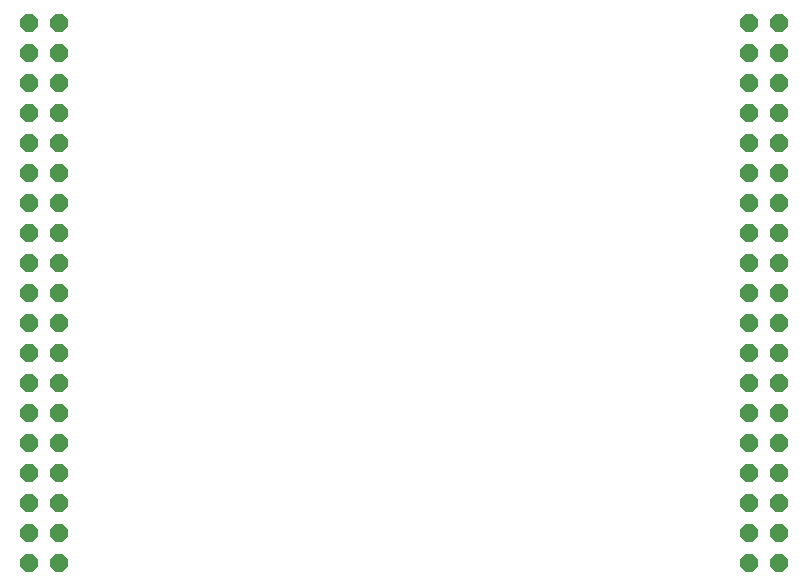
<source format=gbl>
G75*
%MOIN*%
%OFA0B0*%
%FSLAX25Y25*%
%IPPOS*%
%LPD*%
%AMOC8*
5,1,8,0,0,1.08239X$1,22.5*
%
%ADD10OC8,0.06000*%
D10*
X0059000Y0041000D03*
X0059000Y0051000D03*
X0059000Y0061000D03*
X0059000Y0071000D03*
X0059000Y0081000D03*
X0059000Y0091000D03*
X0059000Y0101000D03*
X0059000Y0111000D03*
X0059000Y0121000D03*
X0059000Y0131000D03*
X0059000Y0141000D03*
X0059000Y0151000D03*
X0059000Y0161000D03*
X0059000Y0171000D03*
X0059000Y0181000D03*
X0059000Y0191000D03*
X0059000Y0201000D03*
X0059000Y0211000D03*
X0059000Y0221000D03*
X0069000Y0221000D03*
X0069000Y0211000D03*
X0069000Y0201000D03*
X0069000Y0191000D03*
X0069000Y0181000D03*
X0069000Y0171000D03*
X0069000Y0161000D03*
X0069000Y0151000D03*
X0069000Y0141000D03*
X0069000Y0131000D03*
X0069000Y0121000D03*
X0069000Y0111000D03*
X0069000Y0101000D03*
X0069000Y0091000D03*
X0069000Y0081000D03*
X0069000Y0071000D03*
X0069000Y0061000D03*
X0069000Y0051000D03*
X0069000Y0041000D03*
X0299000Y0041000D03*
X0299000Y0051000D03*
X0299000Y0061000D03*
X0299000Y0071000D03*
X0299000Y0081000D03*
X0299000Y0091000D03*
X0299000Y0101000D03*
X0299000Y0111000D03*
X0299000Y0121000D03*
X0299000Y0131000D03*
X0299000Y0141000D03*
X0299000Y0151000D03*
X0299000Y0161000D03*
X0299000Y0171000D03*
X0299000Y0181000D03*
X0299000Y0191000D03*
X0299000Y0201000D03*
X0299000Y0211000D03*
X0299000Y0221000D03*
X0309000Y0221000D03*
X0309000Y0211000D03*
X0309000Y0201000D03*
X0309000Y0191000D03*
X0309000Y0181000D03*
X0309000Y0171000D03*
X0309000Y0161000D03*
X0309000Y0151000D03*
X0309000Y0141000D03*
X0309000Y0131000D03*
X0309000Y0121000D03*
X0309000Y0111000D03*
X0309000Y0101000D03*
X0309000Y0091000D03*
X0309000Y0081000D03*
X0309000Y0071000D03*
X0309000Y0061000D03*
X0309000Y0051000D03*
X0309000Y0041000D03*
M02*

</source>
